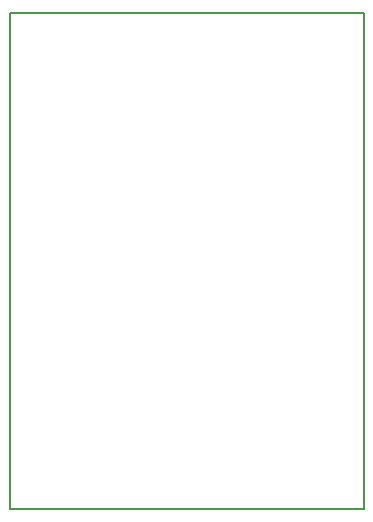
<source format=gko>
G04*
G04 #@! TF.GenerationSoftware,Altium Limited,Altium Designer,23.0.1 (38)*
G04*
G04 Layer_Color=16711935*
%FSLAX25Y25*%
%MOIN*%
G70*
G04*
G04 #@! TF.SameCoordinates,3B116F08-33B0-4896-A555-5329F97F8CBF*
G04*
G04*
G04 #@! TF.FilePolarity,Positive*
G04*
G01*
G75*
%ADD12C,0.00500*%
D12*
X118110Y-165354D02*
Y0D01*
X0Y-165354D02*
X118110D01*
X0D02*
Y0D01*
X118110D01*
M02*

</source>
